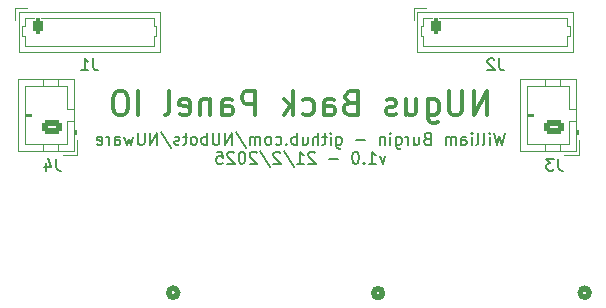
<source format=gbo>
G04 #@! TF.GenerationSoftware,KiCad,Pcbnew,9.0.0*
G04 #@! TF.CreationDate,2025-03-21T14:48:03+11:00*
G04 #@! TF.ProjectId,PCB_BackDesign,5043425f-4261-4636-9b44-657369676e2e,rev?*
G04 #@! TF.SameCoordinates,Original*
G04 #@! TF.FileFunction,Legend,Bot*
G04 #@! TF.FilePolarity,Positive*
%FSLAX46Y46*%
G04 Gerber Fmt 4.6, Leading zero omitted, Abs format (unit mm)*
G04 Created by KiCad (PCBNEW 9.0.0) date 2025-03-21 14:48:03*
%MOMM*%
%LPD*%
G01*
G04 APERTURE LIST*
G04 Aperture macros list*
%AMRoundRect*
0 Rectangle with rounded corners*
0 $1 Rounding radius*
0 $2 $3 $4 $5 $6 $7 $8 $9 X,Y pos of 4 corners*
0 Add a 4 corners polygon primitive as box body*
4,1,4,$2,$3,$4,$5,$6,$7,$8,$9,$2,$3,0*
0 Add four circle primitives for the rounded corners*
1,1,$1+$1,$2,$3*
1,1,$1+$1,$4,$5*
1,1,$1+$1,$6,$7*
1,1,$1+$1,$8,$9*
0 Add four rect primitives between the rounded corners*
20,1,$1+$1,$2,$3,$4,$5,0*
20,1,$1+$1,$4,$5,$6,$7,0*
20,1,$1+$1,$6,$7,$8,$9,0*
20,1,$1+$1,$8,$9,$2,$3,0*%
G04 Aperture macros list end*
%ADD10C,0.300000*%
%ADD11C,0.150000*%
%ADD12C,0.508000*%
%ADD13C,0.120000*%
%ADD14C,1.727200*%
%ADD15C,2.200000*%
%ADD16RoundRect,0.200000X-0.200000X-0.450000X0.200000X-0.450000X0.200000X0.450000X-0.200000X0.450000X0*%
%ADD17O,0.800000X1.300000*%
%ADD18RoundRect,0.250000X0.625000X-0.350000X0.625000X0.350000X-0.625000X0.350000X-0.625000X-0.350000X0*%
%ADD19O,1.750000X1.200000*%
G04 APERTURE END LIST*
D10*
X156809525Y-78489638D02*
X156809525Y-76489638D01*
X156809525Y-76489638D02*
X155666668Y-78489638D01*
X155666668Y-78489638D02*
X155666668Y-76489638D01*
X154714287Y-76489638D02*
X154714287Y-78108685D01*
X154714287Y-78108685D02*
X154619049Y-78299161D01*
X154619049Y-78299161D02*
X154523811Y-78394400D01*
X154523811Y-78394400D02*
X154333335Y-78489638D01*
X154333335Y-78489638D02*
X153952382Y-78489638D01*
X153952382Y-78489638D02*
X153761906Y-78394400D01*
X153761906Y-78394400D02*
X153666668Y-78299161D01*
X153666668Y-78299161D02*
X153571430Y-78108685D01*
X153571430Y-78108685D02*
X153571430Y-76489638D01*
X151761906Y-77156304D02*
X151761906Y-78775352D01*
X151761906Y-78775352D02*
X151857144Y-78965828D01*
X151857144Y-78965828D02*
X151952382Y-79061066D01*
X151952382Y-79061066D02*
X152142859Y-79156304D01*
X152142859Y-79156304D02*
X152428573Y-79156304D01*
X152428573Y-79156304D02*
X152619049Y-79061066D01*
X151761906Y-78394400D02*
X151952382Y-78489638D01*
X151952382Y-78489638D02*
X152333335Y-78489638D01*
X152333335Y-78489638D02*
X152523811Y-78394400D01*
X152523811Y-78394400D02*
X152619049Y-78299161D01*
X152619049Y-78299161D02*
X152714287Y-78108685D01*
X152714287Y-78108685D02*
X152714287Y-77537257D01*
X152714287Y-77537257D02*
X152619049Y-77346780D01*
X152619049Y-77346780D02*
X152523811Y-77251542D01*
X152523811Y-77251542D02*
X152333335Y-77156304D01*
X152333335Y-77156304D02*
X151952382Y-77156304D01*
X151952382Y-77156304D02*
X151761906Y-77251542D01*
X149952382Y-77156304D02*
X149952382Y-78489638D01*
X150809525Y-77156304D02*
X150809525Y-78203923D01*
X150809525Y-78203923D02*
X150714287Y-78394400D01*
X150714287Y-78394400D02*
X150523811Y-78489638D01*
X150523811Y-78489638D02*
X150238096Y-78489638D01*
X150238096Y-78489638D02*
X150047620Y-78394400D01*
X150047620Y-78394400D02*
X149952382Y-78299161D01*
X149095239Y-78394400D02*
X148904763Y-78489638D01*
X148904763Y-78489638D02*
X148523811Y-78489638D01*
X148523811Y-78489638D02*
X148333334Y-78394400D01*
X148333334Y-78394400D02*
X148238096Y-78203923D01*
X148238096Y-78203923D02*
X148238096Y-78108685D01*
X148238096Y-78108685D02*
X148333334Y-77918209D01*
X148333334Y-77918209D02*
X148523811Y-77822971D01*
X148523811Y-77822971D02*
X148809525Y-77822971D01*
X148809525Y-77822971D02*
X149000001Y-77727733D01*
X149000001Y-77727733D02*
X149095239Y-77537257D01*
X149095239Y-77537257D02*
X149095239Y-77442019D01*
X149095239Y-77442019D02*
X149000001Y-77251542D01*
X149000001Y-77251542D02*
X148809525Y-77156304D01*
X148809525Y-77156304D02*
X148523811Y-77156304D01*
X148523811Y-77156304D02*
X148333334Y-77251542D01*
X145190476Y-77442019D02*
X144904762Y-77537257D01*
X144904762Y-77537257D02*
X144809524Y-77632495D01*
X144809524Y-77632495D02*
X144714286Y-77822971D01*
X144714286Y-77822971D02*
X144714286Y-78108685D01*
X144714286Y-78108685D02*
X144809524Y-78299161D01*
X144809524Y-78299161D02*
X144904762Y-78394400D01*
X144904762Y-78394400D02*
X145095238Y-78489638D01*
X145095238Y-78489638D02*
X145857143Y-78489638D01*
X145857143Y-78489638D02*
X145857143Y-76489638D01*
X145857143Y-76489638D02*
X145190476Y-76489638D01*
X145190476Y-76489638D02*
X145000000Y-76584876D01*
X145000000Y-76584876D02*
X144904762Y-76680114D01*
X144904762Y-76680114D02*
X144809524Y-76870590D01*
X144809524Y-76870590D02*
X144809524Y-77061066D01*
X144809524Y-77061066D02*
X144904762Y-77251542D01*
X144904762Y-77251542D02*
X145000000Y-77346780D01*
X145000000Y-77346780D02*
X145190476Y-77442019D01*
X145190476Y-77442019D02*
X145857143Y-77442019D01*
X143000000Y-78489638D02*
X143000000Y-77442019D01*
X143000000Y-77442019D02*
X143095238Y-77251542D01*
X143095238Y-77251542D02*
X143285714Y-77156304D01*
X143285714Y-77156304D02*
X143666667Y-77156304D01*
X143666667Y-77156304D02*
X143857143Y-77251542D01*
X143000000Y-78394400D02*
X143190476Y-78489638D01*
X143190476Y-78489638D02*
X143666667Y-78489638D01*
X143666667Y-78489638D02*
X143857143Y-78394400D01*
X143857143Y-78394400D02*
X143952381Y-78203923D01*
X143952381Y-78203923D02*
X143952381Y-78013447D01*
X143952381Y-78013447D02*
X143857143Y-77822971D01*
X143857143Y-77822971D02*
X143666667Y-77727733D01*
X143666667Y-77727733D02*
X143190476Y-77727733D01*
X143190476Y-77727733D02*
X143000000Y-77632495D01*
X141190476Y-78394400D02*
X141380952Y-78489638D01*
X141380952Y-78489638D02*
X141761905Y-78489638D01*
X141761905Y-78489638D02*
X141952381Y-78394400D01*
X141952381Y-78394400D02*
X142047619Y-78299161D01*
X142047619Y-78299161D02*
X142142857Y-78108685D01*
X142142857Y-78108685D02*
X142142857Y-77537257D01*
X142142857Y-77537257D02*
X142047619Y-77346780D01*
X142047619Y-77346780D02*
X141952381Y-77251542D01*
X141952381Y-77251542D02*
X141761905Y-77156304D01*
X141761905Y-77156304D02*
X141380952Y-77156304D01*
X141380952Y-77156304D02*
X141190476Y-77251542D01*
X140333333Y-78489638D02*
X140333333Y-76489638D01*
X140142857Y-77727733D02*
X139571428Y-78489638D01*
X139571428Y-77156304D02*
X140333333Y-77918209D01*
X137190475Y-78489638D02*
X137190475Y-76489638D01*
X137190475Y-76489638D02*
X136428570Y-76489638D01*
X136428570Y-76489638D02*
X136238094Y-76584876D01*
X136238094Y-76584876D02*
X136142856Y-76680114D01*
X136142856Y-76680114D02*
X136047618Y-76870590D01*
X136047618Y-76870590D02*
X136047618Y-77156304D01*
X136047618Y-77156304D02*
X136142856Y-77346780D01*
X136142856Y-77346780D02*
X136238094Y-77442019D01*
X136238094Y-77442019D02*
X136428570Y-77537257D01*
X136428570Y-77537257D02*
X137190475Y-77537257D01*
X134333332Y-78489638D02*
X134333332Y-77442019D01*
X134333332Y-77442019D02*
X134428570Y-77251542D01*
X134428570Y-77251542D02*
X134619046Y-77156304D01*
X134619046Y-77156304D02*
X134999999Y-77156304D01*
X134999999Y-77156304D02*
X135190475Y-77251542D01*
X134333332Y-78394400D02*
X134523808Y-78489638D01*
X134523808Y-78489638D02*
X134999999Y-78489638D01*
X134999999Y-78489638D02*
X135190475Y-78394400D01*
X135190475Y-78394400D02*
X135285713Y-78203923D01*
X135285713Y-78203923D02*
X135285713Y-78013447D01*
X135285713Y-78013447D02*
X135190475Y-77822971D01*
X135190475Y-77822971D02*
X134999999Y-77727733D01*
X134999999Y-77727733D02*
X134523808Y-77727733D01*
X134523808Y-77727733D02*
X134333332Y-77632495D01*
X133380951Y-77156304D02*
X133380951Y-78489638D01*
X133380951Y-77346780D02*
X133285713Y-77251542D01*
X133285713Y-77251542D02*
X133095237Y-77156304D01*
X133095237Y-77156304D02*
X132809522Y-77156304D01*
X132809522Y-77156304D02*
X132619046Y-77251542D01*
X132619046Y-77251542D02*
X132523808Y-77442019D01*
X132523808Y-77442019D02*
X132523808Y-78489638D01*
X130809522Y-78394400D02*
X130999998Y-78489638D01*
X130999998Y-78489638D02*
X131380951Y-78489638D01*
X131380951Y-78489638D02*
X131571427Y-78394400D01*
X131571427Y-78394400D02*
X131666665Y-78203923D01*
X131666665Y-78203923D02*
X131666665Y-77442019D01*
X131666665Y-77442019D02*
X131571427Y-77251542D01*
X131571427Y-77251542D02*
X131380951Y-77156304D01*
X131380951Y-77156304D02*
X130999998Y-77156304D01*
X130999998Y-77156304D02*
X130809522Y-77251542D01*
X130809522Y-77251542D02*
X130714284Y-77442019D01*
X130714284Y-77442019D02*
X130714284Y-77632495D01*
X130714284Y-77632495D02*
X131666665Y-77822971D01*
X129571427Y-78489638D02*
X129761903Y-78394400D01*
X129761903Y-78394400D02*
X129857141Y-78203923D01*
X129857141Y-78203923D02*
X129857141Y-76489638D01*
X127285712Y-78489638D02*
X127285712Y-76489638D01*
X125952379Y-76489638D02*
X125571426Y-76489638D01*
X125571426Y-76489638D02*
X125380950Y-76584876D01*
X125380950Y-76584876D02*
X125190474Y-76775352D01*
X125190474Y-76775352D02*
X125095236Y-77156304D01*
X125095236Y-77156304D02*
X125095236Y-77822971D01*
X125095236Y-77822971D02*
X125190474Y-78203923D01*
X125190474Y-78203923D02*
X125380950Y-78394400D01*
X125380950Y-78394400D02*
X125571426Y-78489638D01*
X125571426Y-78489638D02*
X125952379Y-78489638D01*
X125952379Y-78489638D02*
X126142855Y-78394400D01*
X126142855Y-78394400D02*
X126333331Y-78203923D01*
X126333331Y-78203923D02*
X126428569Y-77822971D01*
X126428569Y-77822971D02*
X126428569Y-77156304D01*
X126428569Y-77156304D02*
X126333331Y-76775352D01*
X126333331Y-76775352D02*
X126142855Y-76584876D01*
X126142855Y-76584876D02*
X125952379Y-76489638D01*
D11*
X158285714Y-80009875D02*
X158047619Y-81009875D01*
X158047619Y-81009875D02*
X157857143Y-80295589D01*
X157857143Y-80295589D02*
X157666667Y-81009875D01*
X157666667Y-81009875D02*
X157428572Y-80009875D01*
X157047619Y-81009875D02*
X157047619Y-80343208D01*
X157047619Y-80009875D02*
X157095238Y-80057494D01*
X157095238Y-80057494D02*
X157047619Y-80105113D01*
X157047619Y-80105113D02*
X157000000Y-80057494D01*
X157000000Y-80057494D02*
X157047619Y-80009875D01*
X157047619Y-80009875D02*
X157047619Y-80105113D01*
X156428572Y-81009875D02*
X156523810Y-80962256D01*
X156523810Y-80962256D02*
X156571429Y-80867017D01*
X156571429Y-80867017D02*
X156571429Y-80009875D01*
X155904762Y-81009875D02*
X156000000Y-80962256D01*
X156000000Y-80962256D02*
X156047619Y-80867017D01*
X156047619Y-80867017D02*
X156047619Y-80009875D01*
X155523809Y-81009875D02*
X155523809Y-80343208D01*
X155523809Y-80009875D02*
X155571428Y-80057494D01*
X155571428Y-80057494D02*
X155523809Y-80105113D01*
X155523809Y-80105113D02*
X155476190Y-80057494D01*
X155476190Y-80057494D02*
X155523809Y-80009875D01*
X155523809Y-80009875D02*
X155523809Y-80105113D01*
X154619048Y-81009875D02*
X154619048Y-80486065D01*
X154619048Y-80486065D02*
X154666667Y-80390827D01*
X154666667Y-80390827D02*
X154761905Y-80343208D01*
X154761905Y-80343208D02*
X154952381Y-80343208D01*
X154952381Y-80343208D02*
X155047619Y-80390827D01*
X154619048Y-80962256D02*
X154714286Y-81009875D01*
X154714286Y-81009875D02*
X154952381Y-81009875D01*
X154952381Y-81009875D02*
X155047619Y-80962256D01*
X155047619Y-80962256D02*
X155095238Y-80867017D01*
X155095238Y-80867017D02*
X155095238Y-80771779D01*
X155095238Y-80771779D02*
X155047619Y-80676541D01*
X155047619Y-80676541D02*
X154952381Y-80628922D01*
X154952381Y-80628922D02*
X154714286Y-80628922D01*
X154714286Y-80628922D02*
X154619048Y-80581303D01*
X154142857Y-81009875D02*
X154142857Y-80343208D01*
X154142857Y-80438446D02*
X154095238Y-80390827D01*
X154095238Y-80390827D02*
X154000000Y-80343208D01*
X154000000Y-80343208D02*
X153857143Y-80343208D01*
X153857143Y-80343208D02*
X153761905Y-80390827D01*
X153761905Y-80390827D02*
X153714286Y-80486065D01*
X153714286Y-80486065D02*
X153714286Y-81009875D01*
X153714286Y-80486065D02*
X153666667Y-80390827D01*
X153666667Y-80390827D02*
X153571429Y-80343208D01*
X153571429Y-80343208D02*
X153428572Y-80343208D01*
X153428572Y-80343208D02*
X153333333Y-80390827D01*
X153333333Y-80390827D02*
X153285714Y-80486065D01*
X153285714Y-80486065D02*
X153285714Y-81009875D01*
X151714286Y-80486065D02*
X151571429Y-80533684D01*
X151571429Y-80533684D02*
X151523810Y-80581303D01*
X151523810Y-80581303D02*
X151476191Y-80676541D01*
X151476191Y-80676541D02*
X151476191Y-80819398D01*
X151476191Y-80819398D02*
X151523810Y-80914636D01*
X151523810Y-80914636D02*
X151571429Y-80962256D01*
X151571429Y-80962256D02*
X151666667Y-81009875D01*
X151666667Y-81009875D02*
X152047619Y-81009875D01*
X152047619Y-81009875D02*
X152047619Y-80009875D01*
X152047619Y-80009875D02*
X151714286Y-80009875D01*
X151714286Y-80009875D02*
X151619048Y-80057494D01*
X151619048Y-80057494D02*
X151571429Y-80105113D01*
X151571429Y-80105113D02*
X151523810Y-80200351D01*
X151523810Y-80200351D02*
X151523810Y-80295589D01*
X151523810Y-80295589D02*
X151571429Y-80390827D01*
X151571429Y-80390827D02*
X151619048Y-80438446D01*
X151619048Y-80438446D02*
X151714286Y-80486065D01*
X151714286Y-80486065D02*
X152047619Y-80486065D01*
X150619048Y-80343208D02*
X150619048Y-81009875D01*
X151047619Y-80343208D02*
X151047619Y-80867017D01*
X151047619Y-80867017D02*
X151000000Y-80962256D01*
X151000000Y-80962256D02*
X150904762Y-81009875D01*
X150904762Y-81009875D02*
X150761905Y-81009875D01*
X150761905Y-81009875D02*
X150666667Y-80962256D01*
X150666667Y-80962256D02*
X150619048Y-80914636D01*
X150142857Y-81009875D02*
X150142857Y-80343208D01*
X150142857Y-80533684D02*
X150095238Y-80438446D01*
X150095238Y-80438446D02*
X150047619Y-80390827D01*
X150047619Y-80390827D02*
X149952381Y-80343208D01*
X149952381Y-80343208D02*
X149857143Y-80343208D01*
X149095238Y-80343208D02*
X149095238Y-81152732D01*
X149095238Y-81152732D02*
X149142857Y-81247970D01*
X149142857Y-81247970D02*
X149190476Y-81295589D01*
X149190476Y-81295589D02*
X149285714Y-81343208D01*
X149285714Y-81343208D02*
X149428571Y-81343208D01*
X149428571Y-81343208D02*
X149523809Y-81295589D01*
X149095238Y-80962256D02*
X149190476Y-81009875D01*
X149190476Y-81009875D02*
X149380952Y-81009875D01*
X149380952Y-81009875D02*
X149476190Y-80962256D01*
X149476190Y-80962256D02*
X149523809Y-80914636D01*
X149523809Y-80914636D02*
X149571428Y-80819398D01*
X149571428Y-80819398D02*
X149571428Y-80533684D01*
X149571428Y-80533684D02*
X149523809Y-80438446D01*
X149523809Y-80438446D02*
X149476190Y-80390827D01*
X149476190Y-80390827D02*
X149380952Y-80343208D01*
X149380952Y-80343208D02*
X149190476Y-80343208D01*
X149190476Y-80343208D02*
X149095238Y-80390827D01*
X148619047Y-81009875D02*
X148619047Y-80343208D01*
X148619047Y-80009875D02*
X148666666Y-80057494D01*
X148666666Y-80057494D02*
X148619047Y-80105113D01*
X148619047Y-80105113D02*
X148571428Y-80057494D01*
X148571428Y-80057494D02*
X148619047Y-80009875D01*
X148619047Y-80009875D02*
X148619047Y-80105113D01*
X148142857Y-80343208D02*
X148142857Y-81009875D01*
X148142857Y-80438446D02*
X148095238Y-80390827D01*
X148095238Y-80390827D02*
X148000000Y-80343208D01*
X148000000Y-80343208D02*
X147857143Y-80343208D01*
X147857143Y-80343208D02*
X147761905Y-80390827D01*
X147761905Y-80390827D02*
X147714286Y-80486065D01*
X147714286Y-80486065D02*
X147714286Y-81009875D01*
X146476190Y-80628922D02*
X145714286Y-80628922D01*
X144047619Y-80343208D02*
X144047619Y-81152732D01*
X144047619Y-81152732D02*
X144095238Y-81247970D01*
X144095238Y-81247970D02*
X144142857Y-81295589D01*
X144142857Y-81295589D02*
X144238095Y-81343208D01*
X144238095Y-81343208D02*
X144380952Y-81343208D01*
X144380952Y-81343208D02*
X144476190Y-81295589D01*
X144047619Y-80962256D02*
X144142857Y-81009875D01*
X144142857Y-81009875D02*
X144333333Y-81009875D01*
X144333333Y-81009875D02*
X144428571Y-80962256D01*
X144428571Y-80962256D02*
X144476190Y-80914636D01*
X144476190Y-80914636D02*
X144523809Y-80819398D01*
X144523809Y-80819398D02*
X144523809Y-80533684D01*
X144523809Y-80533684D02*
X144476190Y-80438446D01*
X144476190Y-80438446D02*
X144428571Y-80390827D01*
X144428571Y-80390827D02*
X144333333Y-80343208D01*
X144333333Y-80343208D02*
X144142857Y-80343208D01*
X144142857Y-80343208D02*
X144047619Y-80390827D01*
X143571428Y-81009875D02*
X143571428Y-80343208D01*
X143571428Y-80009875D02*
X143619047Y-80057494D01*
X143619047Y-80057494D02*
X143571428Y-80105113D01*
X143571428Y-80105113D02*
X143523809Y-80057494D01*
X143523809Y-80057494D02*
X143571428Y-80009875D01*
X143571428Y-80009875D02*
X143571428Y-80105113D01*
X143238095Y-80343208D02*
X142857143Y-80343208D01*
X143095238Y-80009875D02*
X143095238Y-80867017D01*
X143095238Y-80867017D02*
X143047619Y-80962256D01*
X143047619Y-80962256D02*
X142952381Y-81009875D01*
X142952381Y-81009875D02*
X142857143Y-81009875D01*
X142523809Y-81009875D02*
X142523809Y-80009875D01*
X142095238Y-81009875D02*
X142095238Y-80486065D01*
X142095238Y-80486065D02*
X142142857Y-80390827D01*
X142142857Y-80390827D02*
X142238095Y-80343208D01*
X142238095Y-80343208D02*
X142380952Y-80343208D01*
X142380952Y-80343208D02*
X142476190Y-80390827D01*
X142476190Y-80390827D02*
X142523809Y-80438446D01*
X141190476Y-80343208D02*
X141190476Y-81009875D01*
X141619047Y-80343208D02*
X141619047Y-80867017D01*
X141619047Y-80867017D02*
X141571428Y-80962256D01*
X141571428Y-80962256D02*
X141476190Y-81009875D01*
X141476190Y-81009875D02*
X141333333Y-81009875D01*
X141333333Y-81009875D02*
X141238095Y-80962256D01*
X141238095Y-80962256D02*
X141190476Y-80914636D01*
X140714285Y-81009875D02*
X140714285Y-80009875D01*
X140714285Y-80390827D02*
X140619047Y-80343208D01*
X140619047Y-80343208D02*
X140428571Y-80343208D01*
X140428571Y-80343208D02*
X140333333Y-80390827D01*
X140333333Y-80390827D02*
X140285714Y-80438446D01*
X140285714Y-80438446D02*
X140238095Y-80533684D01*
X140238095Y-80533684D02*
X140238095Y-80819398D01*
X140238095Y-80819398D02*
X140285714Y-80914636D01*
X140285714Y-80914636D02*
X140333333Y-80962256D01*
X140333333Y-80962256D02*
X140428571Y-81009875D01*
X140428571Y-81009875D02*
X140619047Y-81009875D01*
X140619047Y-81009875D02*
X140714285Y-80962256D01*
X139809523Y-80914636D02*
X139761904Y-80962256D01*
X139761904Y-80962256D02*
X139809523Y-81009875D01*
X139809523Y-81009875D02*
X139857142Y-80962256D01*
X139857142Y-80962256D02*
X139809523Y-80914636D01*
X139809523Y-80914636D02*
X139809523Y-81009875D01*
X138904762Y-80962256D02*
X139000000Y-81009875D01*
X139000000Y-81009875D02*
X139190476Y-81009875D01*
X139190476Y-81009875D02*
X139285714Y-80962256D01*
X139285714Y-80962256D02*
X139333333Y-80914636D01*
X139333333Y-80914636D02*
X139380952Y-80819398D01*
X139380952Y-80819398D02*
X139380952Y-80533684D01*
X139380952Y-80533684D02*
X139333333Y-80438446D01*
X139333333Y-80438446D02*
X139285714Y-80390827D01*
X139285714Y-80390827D02*
X139190476Y-80343208D01*
X139190476Y-80343208D02*
X139000000Y-80343208D01*
X139000000Y-80343208D02*
X138904762Y-80390827D01*
X138333333Y-81009875D02*
X138428571Y-80962256D01*
X138428571Y-80962256D02*
X138476190Y-80914636D01*
X138476190Y-80914636D02*
X138523809Y-80819398D01*
X138523809Y-80819398D02*
X138523809Y-80533684D01*
X138523809Y-80533684D02*
X138476190Y-80438446D01*
X138476190Y-80438446D02*
X138428571Y-80390827D01*
X138428571Y-80390827D02*
X138333333Y-80343208D01*
X138333333Y-80343208D02*
X138190476Y-80343208D01*
X138190476Y-80343208D02*
X138095238Y-80390827D01*
X138095238Y-80390827D02*
X138047619Y-80438446D01*
X138047619Y-80438446D02*
X138000000Y-80533684D01*
X138000000Y-80533684D02*
X138000000Y-80819398D01*
X138000000Y-80819398D02*
X138047619Y-80914636D01*
X138047619Y-80914636D02*
X138095238Y-80962256D01*
X138095238Y-80962256D02*
X138190476Y-81009875D01*
X138190476Y-81009875D02*
X138333333Y-81009875D01*
X137571428Y-81009875D02*
X137571428Y-80343208D01*
X137571428Y-80438446D02*
X137523809Y-80390827D01*
X137523809Y-80390827D02*
X137428571Y-80343208D01*
X137428571Y-80343208D02*
X137285714Y-80343208D01*
X137285714Y-80343208D02*
X137190476Y-80390827D01*
X137190476Y-80390827D02*
X137142857Y-80486065D01*
X137142857Y-80486065D02*
X137142857Y-81009875D01*
X137142857Y-80486065D02*
X137095238Y-80390827D01*
X137095238Y-80390827D02*
X137000000Y-80343208D01*
X137000000Y-80343208D02*
X136857143Y-80343208D01*
X136857143Y-80343208D02*
X136761904Y-80390827D01*
X136761904Y-80390827D02*
X136714285Y-80486065D01*
X136714285Y-80486065D02*
X136714285Y-81009875D01*
X135523810Y-79962256D02*
X136380952Y-81247970D01*
X135190476Y-81009875D02*
X135190476Y-80009875D01*
X135190476Y-80009875D02*
X134619048Y-81009875D01*
X134619048Y-81009875D02*
X134619048Y-80009875D01*
X134142857Y-80009875D02*
X134142857Y-80819398D01*
X134142857Y-80819398D02*
X134095238Y-80914636D01*
X134095238Y-80914636D02*
X134047619Y-80962256D01*
X134047619Y-80962256D02*
X133952381Y-81009875D01*
X133952381Y-81009875D02*
X133761905Y-81009875D01*
X133761905Y-81009875D02*
X133666667Y-80962256D01*
X133666667Y-80962256D02*
X133619048Y-80914636D01*
X133619048Y-80914636D02*
X133571429Y-80819398D01*
X133571429Y-80819398D02*
X133571429Y-80009875D01*
X133095238Y-81009875D02*
X133095238Y-80009875D01*
X133095238Y-80390827D02*
X133000000Y-80343208D01*
X133000000Y-80343208D02*
X132809524Y-80343208D01*
X132809524Y-80343208D02*
X132714286Y-80390827D01*
X132714286Y-80390827D02*
X132666667Y-80438446D01*
X132666667Y-80438446D02*
X132619048Y-80533684D01*
X132619048Y-80533684D02*
X132619048Y-80819398D01*
X132619048Y-80819398D02*
X132666667Y-80914636D01*
X132666667Y-80914636D02*
X132714286Y-80962256D01*
X132714286Y-80962256D02*
X132809524Y-81009875D01*
X132809524Y-81009875D02*
X133000000Y-81009875D01*
X133000000Y-81009875D02*
X133095238Y-80962256D01*
X132047619Y-81009875D02*
X132142857Y-80962256D01*
X132142857Y-80962256D02*
X132190476Y-80914636D01*
X132190476Y-80914636D02*
X132238095Y-80819398D01*
X132238095Y-80819398D02*
X132238095Y-80533684D01*
X132238095Y-80533684D02*
X132190476Y-80438446D01*
X132190476Y-80438446D02*
X132142857Y-80390827D01*
X132142857Y-80390827D02*
X132047619Y-80343208D01*
X132047619Y-80343208D02*
X131904762Y-80343208D01*
X131904762Y-80343208D02*
X131809524Y-80390827D01*
X131809524Y-80390827D02*
X131761905Y-80438446D01*
X131761905Y-80438446D02*
X131714286Y-80533684D01*
X131714286Y-80533684D02*
X131714286Y-80819398D01*
X131714286Y-80819398D02*
X131761905Y-80914636D01*
X131761905Y-80914636D02*
X131809524Y-80962256D01*
X131809524Y-80962256D02*
X131904762Y-81009875D01*
X131904762Y-81009875D02*
X132047619Y-81009875D01*
X131428571Y-80343208D02*
X131047619Y-80343208D01*
X131285714Y-80009875D02*
X131285714Y-80867017D01*
X131285714Y-80867017D02*
X131238095Y-80962256D01*
X131238095Y-80962256D02*
X131142857Y-81009875D01*
X131142857Y-81009875D02*
X131047619Y-81009875D01*
X130761904Y-80962256D02*
X130666666Y-81009875D01*
X130666666Y-81009875D02*
X130476190Y-81009875D01*
X130476190Y-81009875D02*
X130380952Y-80962256D01*
X130380952Y-80962256D02*
X130333333Y-80867017D01*
X130333333Y-80867017D02*
X130333333Y-80819398D01*
X130333333Y-80819398D02*
X130380952Y-80724160D01*
X130380952Y-80724160D02*
X130476190Y-80676541D01*
X130476190Y-80676541D02*
X130619047Y-80676541D01*
X130619047Y-80676541D02*
X130714285Y-80628922D01*
X130714285Y-80628922D02*
X130761904Y-80533684D01*
X130761904Y-80533684D02*
X130761904Y-80486065D01*
X130761904Y-80486065D02*
X130714285Y-80390827D01*
X130714285Y-80390827D02*
X130619047Y-80343208D01*
X130619047Y-80343208D02*
X130476190Y-80343208D01*
X130476190Y-80343208D02*
X130380952Y-80390827D01*
X129190476Y-79962256D02*
X130047618Y-81247970D01*
X128857142Y-81009875D02*
X128857142Y-80009875D01*
X128857142Y-80009875D02*
X128285714Y-81009875D01*
X128285714Y-81009875D02*
X128285714Y-80009875D01*
X127809523Y-80009875D02*
X127809523Y-80819398D01*
X127809523Y-80819398D02*
X127761904Y-80914636D01*
X127761904Y-80914636D02*
X127714285Y-80962256D01*
X127714285Y-80962256D02*
X127619047Y-81009875D01*
X127619047Y-81009875D02*
X127428571Y-81009875D01*
X127428571Y-81009875D02*
X127333333Y-80962256D01*
X127333333Y-80962256D02*
X127285714Y-80914636D01*
X127285714Y-80914636D02*
X127238095Y-80819398D01*
X127238095Y-80819398D02*
X127238095Y-80009875D01*
X126857142Y-80343208D02*
X126666666Y-81009875D01*
X126666666Y-81009875D02*
X126476190Y-80533684D01*
X126476190Y-80533684D02*
X126285714Y-81009875D01*
X126285714Y-81009875D02*
X126095238Y-80343208D01*
X125285714Y-81009875D02*
X125285714Y-80486065D01*
X125285714Y-80486065D02*
X125333333Y-80390827D01*
X125333333Y-80390827D02*
X125428571Y-80343208D01*
X125428571Y-80343208D02*
X125619047Y-80343208D01*
X125619047Y-80343208D02*
X125714285Y-80390827D01*
X125285714Y-80962256D02*
X125380952Y-81009875D01*
X125380952Y-81009875D02*
X125619047Y-81009875D01*
X125619047Y-81009875D02*
X125714285Y-80962256D01*
X125714285Y-80962256D02*
X125761904Y-80867017D01*
X125761904Y-80867017D02*
X125761904Y-80771779D01*
X125761904Y-80771779D02*
X125714285Y-80676541D01*
X125714285Y-80676541D02*
X125619047Y-80628922D01*
X125619047Y-80628922D02*
X125380952Y-80628922D01*
X125380952Y-80628922D02*
X125285714Y-80581303D01*
X124809523Y-81009875D02*
X124809523Y-80343208D01*
X124809523Y-80533684D02*
X124761904Y-80438446D01*
X124761904Y-80438446D02*
X124714285Y-80390827D01*
X124714285Y-80390827D02*
X124619047Y-80343208D01*
X124619047Y-80343208D02*
X124523809Y-80343208D01*
X123809523Y-80962256D02*
X123904761Y-81009875D01*
X123904761Y-81009875D02*
X124095237Y-81009875D01*
X124095237Y-81009875D02*
X124190475Y-80962256D01*
X124190475Y-80962256D02*
X124238094Y-80867017D01*
X124238094Y-80867017D02*
X124238094Y-80486065D01*
X124238094Y-80486065D02*
X124190475Y-80390827D01*
X124190475Y-80390827D02*
X124095237Y-80343208D01*
X124095237Y-80343208D02*
X123904761Y-80343208D01*
X123904761Y-80343208D02*
X123809523Y-80390827D01*
X123809523Y-80390827D02*
X123761904Y-80486065D01*
X123761904Y-80486065D02*
X123761904Y-80581303D01*
X123761904Y-80581303D02*
X124238094Y-80676541D01*
X148190475Y-81953152D02*
X147952380Y-82619819D01*
X147952380Y-82619819D02*
X147714285Y-81953152D01*
X146809523Y-82619819D02*
X147380951Y-82619819D01*
X147095237Y-82619819D02*
X147095237Y-81619819D01*
X147095237Y-81619819D02*
X147190475Y-81762676D01*
X147190475Y-81762676D02*
X147285713Y-81857914D01*
X147285713Y-81857914D02*
X147380951Y-81905533D01*
X146380951Y-82524580D02*
X146333332Y-82572200D01*
X146333332Y-82572200D02*
X146380951Y-82619819D01*
X146380951Y-82619819D02*
X146428570Y-82572200D01*
X146428570Y-82572200D02*
X146380951Y-82524580D01*
X146380951Y-82524580D02*
X146380951Y-82619819D01*
X145714285Y-81619819D02*
X145619047Y-81619819D01*
X145619047Y-81619819D02*
X145523809Y-81667438D01*
X145523809Y-81667438D02*
X145476190Y-81715057D01*
X145476190Y-81715057D02*
X145428571Y-81810295D01*
X145428571Y-81810295D02*
X145380952Y-82000771D01*
X145380952Y-82000771D02*
X145380952Y-82238866D01*
X145380952Y-82238866D02*
X145428571Y-82429342D01*
X145428571Y-82429342D02*
X145476190Y-82524580D01*
X145476190Y-82524580D02*
X145523809Y-82572200D01*
X145523809Y-82572200D02*
X145619047Y-82619819D01*
X145619047Y-82619819D02*
X145714285Y-82619819D01*
X145714285Y-82619819D02*
X145809523Y-82572200D01*
X145809523Y-82572200D02*
X145857142Y-82524580D01*
X145857142Y-82524580D02*
X145904761Y-82429342D01*
X145904761Y-82429342D02*
X145952380Y-82238866D01*
X145952380Y-82238866D02*
X145952380Y-82000771D01*
X145952380Y-82000771D02*
X145904761Y-81810295D01*
X145904761Y-81810295D02*
X145857142Y-81715057D01*
X145857142Y-81715057D02*
X145809523Y-81667438D01*
X145809523Y-81667438D02*
X145714285Y-81619819D01*
X144190475Y-82238866D02*
X143428571Y-82238866D01*
X142238094Y-81715057D02*
X142190475Y-81667438D01*
X142190475Y-81667438D02*
X142095237Y-81619819D01*
X142095237Y-81619819D02*
X141857142Y-81619819D01*
X141857142Y-81619819D02*
X141761904Y-81667438D01*
X141761904Y-81667438D02*
X141714285Y-81715057D01*
X141714285Y-81715057D02*
X141666666Y-81810295D01*
X141666666Y-81810295D02*
X141666666Y-81905533D01*
X141666666Y-81905533D02*
X141714285Y-82048390D01*
X141714285Y-82048390D02*
X142285713Y-82619819D01*
X142285713Y-82619819D02*
X141666666Y-82619819D01*
X140714285Y-82619819D02*
X141285713Y-82619819D01*
X140999999Y-82619819D02*
X140999999Y-81619819D01*
X140999999Y-81619819D02*
X141095237Y-81762676D01*
X141095237Y-81762676D02*
X141190475Y-81857914D01*
X141190475Y-81857914D02*
X141285713Y-81905533D01*
X139571428Y-81572200D02*
X140428570Y-82857914D01*
X139285713Y-81715057D02*
X139238094Y-81667438D01*
X139238094Y-81667438D02*
X139142856Y-81619819D01*
X139142856Y-81619819D02*
X138904761Y-81619819D01*
X138904761Y-81619819D02*
X138809523Y-81667438D01*
X138809523Y-81667438D02*
X138761904Y-81715057D01*
X138761904Y-81715057D02*
X138714285Y-81810295D01*
X138714285Y-81810295D02*
X138714285Y-81905533D01*
X138714285Y-81905533D02*
X138761904Y-82048390D01*
X138761904Y-82048390D02*
X139333332Y-82619819D01*
X139333332Y-82619819D02*
X138714285Y-82619819D01*
X137571428Y-81572200D02*
X138428570Y-82857914D01*
X137285713Y-81715057D02*
X137238094Y-81667438D01*
X137238094Y-81667438D02*
X137142856Y-81619819D01*
X137142856Y-81619819D02*
X136904761Y-81619819D01*
X136904761Y-81619819D02*
X136809523Y-81667438D01*
X136809523Y-81667438D02*
X136761904Y-81715057D01*
X136761904Y-81715057D02*
X136714285Y-81810295D01*
X136714285Y-81810295D02*
X136714285Y-81905533D01*
X136714285Y-81905533D02*
X136761904Y-82048390D01*
X136761904Y-82048390D02*
X137333332Y-82619819D01*
X137333332Y-82619819D02*
X136714285Y-82619819D01*
X136095237Y-81619819D02*
X135999999Y-81619819D01*
X135999999Y-81619819D02*
X135904761Y-81667438D01*
X135904761Y-81667438D02*
X135857142Y-81715057D01*
X135857142Y-81715057D02*
X135809523Y-81810295D01*
X135809523Y-81810295D02*
X135761904Y-82000771D01*
X135761904Y-82000771D02*
X135761904Y-82238866D01*
X135761904Y-82238866D02*
X135809523Y-82429342D01*
X135809523Y-82429342D02*
X135857142Y-82524580D01*
X135857142Y-82524580D02*
X135904761Y-82572200D01*
X135904761Y-82572200D02*
X135999999Y-82619819D01*
X135999999Y-82619819D02*
X136095237Y-82619819D01*
X136095237Y-82619819D02*
X136190475Y-82572200D01*
X136190475Y-82572200D02*
X136238094Y-82524580D01*
X136238094Y-82524580D02*
X136285713Y-82429342D01*
X136285713Y-82429342D02*
X136333332Y-82238866D01*
X136333332Y-82238866D02*
X136333332Y-82000771D01*
X136333332Y-82000771D02*
X136285713Y-81810295D01*
X136285713Y-81810295D02*
X136238094Y-81715057D01*
X136238094Y-81715057D02*
X136190475Y-81667438D01*
X136190475Y-81667438D02*
X136095237Y-81619819D01*
X135380951Y-81715057D02*
X135333332Y-81667438D01*
X135333332Y-81667438D02*
X135238094Y-81619819D01*
X135238094Y-81619819D02*
X134999999Y-81619819D01*
X134999999Y-81619819D02*
X134904761Y-81667438D01*
X134904761Y-81667438D02*
X134857142Y-81715057D01*
X134857142Y-81715057D02*
X134809523Y-81810295D01*
X134809523Y-81810295D02*
X134809523Y-81905533D01*
X134809523Y-81905533D02*
X134857142Y-82048390D01*
X134857142Y-82048390D02*
X135428570Y-82619819D01*
X135428570Y-82619819D02*
X134809523Y-82619819D01*
X133904761Y-81619819D02*
X134380951Y-81619819D01*
X134380951Y-81619819D02*
X134428570Y-82096009D01*
X134428570Y-82096009D02*
X134380951Y-82048390D01*
X134380951Y-82048390D02*
X134285713Y-82000771D01*
X134285713Y-82000771D02*
X134047618Y-82000771D01*
X134047618Y-82000771D02*
X133952380Y-82048390D01*
X133952380Y-82048390D02*
X133904761Y-82096009D01*
X133904761Y-82096009D02*
X133857142Y-82191247D01*
X133857142Y-82191247D02*
X133857142Y-82429342D01*
X133857142Y-82429342D02*
X133904761Y-82524580D01*
X133904761Y-82524580D02*
X133952380Y-82572200D01*
X133952380Y-82572200D02*
X134047618Y-82619819D01*
X134047618Y-82619819D02*
X134285713Y-82619819D01*
X134285713Y-82619819D02*
X134380951Y-82572200D01*
X134380951Y-82572200D02*
X134428570Y-82524580D01*
X123463333Y-73704819D02*
X123463333Y-74419104D01*
X123463333Y-74419104D02*
X123510952Y-74561961D01*
X123510952Y-74561961D02*
X123606190Y-74657200D01*
X123606190Y-74657200D02*
X123749047Y-74704819D01*
X123749047Y-74704819D02*
X123844285Y-74704819D01*
X122463333Y-74704819D02*
X123034761Y-74704819D01*
X122749047Y-74704819D02*
X122749047Y-73704819D01*
X122749047Y-73704819D02*
X122844285Y-73847676D01*
X122844285Y-73847676D02*
X122939523Y-73942914D01*
X122939523Y-73942914D02*
X123034761Y-73990533D01*
X157833333Y-73704819D02*
X157833333Y-74419104D01*
X157833333Y-74419104D02*
X157880952Y-74561961D01*
X157880952Y-74561961D02*
X157976190Y-74657200D01*
X157976190Y-74657200D02*
X158119047Y-74704819D01*
X158119047Y-74704819D02*
X158214285Y-74704819D01*
X157404761Y-73800057D02*
X157357142Y-73752438D01*
X157357142Y-73752438D02*
X157261904Y-73704819D01*
X157261904Y-73704819D02*
X157023809Y-73704819D01*
X157023809Y-73704819D02*
X156928571Y-73752438D01*
X156928571Y-73752438D02*
X156880952Y-73800057D01*
X156880952Y-73800057D02*
X156833333Y-73895295D01*
X156833333Y-73895295D02*
X156833333Y-73990533D01*
X156833333Y-73990533D02*
X156880952Y-74133390D01*
X156880952Y-74133390D02*
X157452380Y-74704819D01*
X157452380Y-74704819D02*
X156833333Y-74704819D01*
X120333333Y-82204819D02*
X120333333Y-82919104D01*
X120333333Y-82919104D02*
X120380952Y-83061961D01*
X120380952Y-83061961D02*
X120476190Y-83157200D01*
X120476190Y-83157200D02*
X120619047Y-83204819D01*
X120619047Y-83204819D02*
X120714285Y-83204819D01*
X119428571Y-82538152D02*
X119428571Y-83204819D01*
X119666666Y-82157200D02*
X119904761Y-82871485D01*
X119904761Y-82871485D02*
X119285714Y-82871485D01*
X162833333Y-82204819D02*
X162833333Y-82919104D01*
X162833333Y-82919104D02*
X162880952Y-83061961D01*
X162880952Y-83061961D02*
X162976190Y-83157200D01*
X162976190Y-83157200D02*
X163119047Y-83204819D01*
X163119047Y-83204819D02*
X163214285Y-83204819D01*
X162452380Y-82204819D02*
X161833333Y-82204819D01*
X161833333Y-82204819D02*
X162166666Y-82585771D01*
X162166666Y-82585771D02*
X162023809Y-82585771D01*
X162023809Y-82585771D02*
X161928571Y-82633390D01*
X161928571Y-82633390D02*
X161880952Y-82681009D01*
X161880952Y-82681009D02*
X161833333Y-82776247D01*
X161833333Y-82776247D02*
X161833333Y-83014342D01*
X161833333Y-83014342D02*
X161880952Y-83109580D01*
X161880952Y-83109580D02*
X161928571Y-83157200D01*
X161928571Y-83157200D02*
X162023809Y-83204819D01*
X162023809Y-83204819D02*
X162309523Y-83204819D01*
X162309523Y-83204819D02*
X162404761Y-83157200D01*
X162404761Y-83157200D02*
X162452380Y-83109580D01*
D12*
X130610600Y-93543800D02*
G75*
G02*
X129848600Y-93543800I-381000J0D01*
G01*
X129848600Y-93543800D02*
G75*
G02*
X130610600Y-93543800I381000J0D01*
G01*
X147954400Y-93580000D02*
G75*
G02*
X147192400Y-93580000I-381000J0D01*
G01*
X147192400Y-93580000D02*
G75*
G02*
X147954400Y-93580000I381000J0D01*
G01*
X165454400Y-93543800D02*
G75*
G02*
X164692400Y-93543800I-381000J0D01*
G01*
X164692400Y-93543800D02*
G75*
G02*
X165454400Y-93543800I381000J0D01*
G01*
D13*
X116850000Y-70450000D02*
X116850000Y-69450000D01*
X117140000Y-69740000D02*
X117140000Y-73160000D01*
X117140000Y-73160000D02*
X129110000Y-73160000D01*
X117450000Y-71000000D02*
X117650000Y-71000000D01*
X117450000Y-71800000D02*
X117450000Y-71000000D01*
X117650000Y-70250000D02*
X123125000Y-70250000D01*
X117650000Y-71000000D02*
X117650000Y-70250000D01*
X117650000Y-71800000D02*
X117450000Y-71800000D01*
X117650000Y-72650000D02*
X117650000Y-71800000D01*
X117850000Y-69450000D02*
X116850000Y-69450000D01*
X123125000Y-72650000D02*
X117650000Y-72650000D01*
X123125000Y-72650000D02*
X128600000Y-72650000D01*
X128600000Y-70250000D02*
X123125000Y-70250000D01*
X128600000Y-71000000D02*
X128600000Y-70250000D01*
X128600000Y-71800000D02*
X128800000Y-71800000D01*
X128600000Y-72650000D02*
X128600000Y-71800000D01*
X128800000Y-71000000D02*
X128600000Y-71000000D01*
X128800000Y-71800000D02*
X128800000Y-71000000D01*
X129110000Y-69740000D02*
X117140000Y-69740000D01*
X129110000Y-73160000D02*
X129110000Y-69740000D01*
X150600000Y-70450000D02*
X150600000Y-69450000D01*
X150890000Y-69740000D02*
X150890000Y-73160000D01*
X150890000Y-73160000D02*
X164110000Y-73160000D01*
X151200000Y-71000000D02*
X151400000Y-71000000D01*
X151200000Y-71800000D02*
X151200000Y-71000000D01*
X151400000Y-70250000D02*
X157500000Y-70250000D01*
X151400000Y-71000000D02*
X151400000Y-70250000D01*
X151400000Y-71800000D02*
X151200000Y-71800000D01*
X151400000Y-72650000D02*
X151400000Y-71800000D01*
X151600000Y-69450000D02*
X150600000Y-69450000D01*
X157500000Y-72650000D02*
X151400000Y-72650000D01*
X157500000Y-72650000D02*
X163600000Y-72650000D01*
X163600000Y-70250000D02*
X157500000Y-70250000D01*
X163600000Y-71000000D02*
X163600000Y-70250000D01*
X163600000Y-71800000D02*
X163800000Y-71800000D01*
X163600000Y-72650000D02*
X163600000Y-71800000D01*
X163800000Y-71000000D02*
X163600000Y-71000000D01*
X163800000Y-71800000D02*
X163800000Y-71000000D01*
X164110000Y-69740000D02*
X150890000Y-69740000D01*
X164110000Y-73160000D02*
X164110000Y-69740000D01*
X117090000Y-75440000D02*
X117090000Y-81560000D01*
X117090000Y-81560000D02*
X121810000Y-81560000D01*
X117700000Y-76050000D02*
X117700000Y-80950000D01*
X117700000Y-78400000D02*
X118200000Y-78400000D01*
X117700000Y-80950000D02*
X121200000Y-80950000D01*
X118200000Y-78400000D02*
X118200000Y-78600000D01*
X118200000Y-78500000D02*
X117700000Y-78500000D01*
X118200000Y-78600000D02*
X117700000Y-78600000D01*
X119200000Y-76050000D02*
X119200000Y-75440000D01*
X119200000Y-80950000D02*
X119200000Y-81560000D01*
X120500000Y-76050000D02*
X120500000Y-75440000D01*
X120500000Y-80950000D02*
X120500000Y-81560000D01*
X120860000Y-81860000D02*
X122110000Y-81860000D01*
X121200000Y-76050000D02*
X117700000Y-76050000D01*
X121200000Y-78000000D02*
X121200000Y-76050000D01*
X121200000Y-79000000D02*
X121810000Y-79000000D01*
X121200000Y-80950000D02*
X121200000Y-79000000D01*
X121810000Y-75440000D02*
X117090000Y-75440000D01*
X121810000Y-78000000D02*
X121200000Y-78000000D01*
X121810000Y-80100000D02*
X122010000Y-80100000D01*
X121810000Y-81560000D02*
X121810000Y-75440000D01*
X121910000Y-80100000D02*
X121910000Y-79800000D01*
X122010000Y-79800000D02*
X121810000Y-79800000D01*
X122010000Y-80100000D02*
X122010000Y-79800000D01*
X122110000Y-81860000D02*
X122110000Y-80610000D01*
X159590000Y-75440000D02*
X159590000Y-81560000D01*
X159590000Y-81560000D02*
X164310000Y-81560000D01*
X160200000Y-76050000D02*
X160200000Y-80950000D01*
X160200000Y-78400000D02*
X160700000Y-78400000D01*
X160200000Y-80950000D02*
X163700000Y-80950000D01*
X160700000Y-78400000D02*
X160700000Y-78600000D01*
X160700000Y-78500000D02*
X160200000Y-78500000D01*
X160700000Y-78600000D02*
X160200000Y-78600000D01*
X161700000Y-76050000D02*
X161700000Y-75440000D01*
X161700000Y-80950000D02*
X161700000Y-81560000D01*
X163000000Y-76050000D02*
X163000000Y-75440000D01*
X163000000Y-80950000D02*
X163000000Y-81560000D01*
X163360000Y-81860000D02*
X164610000Y-81860000D01*
X163700000Y-76050000D02*
X160200000Y-76050000D01*
X163700000Y-78000000D02*
X163700000Y-76050000D01*
X163700000Y-79000000D02*
X164310000Y-79000000D01*
X163700000Y-80950000D02*
X163700000Y-79000000D01*
X164310000Y-75440000D02*
X159590000Y-75440000D01*
X164310000Y-78000000D02*
X163700000Y-78000000D01*
X164310000Y-80100000D02*
X164510000Y-80100000D01*
X164310000Y-81560000D02*
X164310000Y-75440000D01*
X164410000Y-80100000D02*
X164410000Y-79800000D01*
X164510000Y-79800000D02*
X164310000Y-79800000D01*
X164510000Y-80100000D02*
X164510000Y-79800000D01*
X164610000Y-81860000D02*
X164610000Y-80610000D01*
%LPC*%
D14*
X127156200Y-93543800D03*
X122000000Y-88463800D03*
X119536200Y-91080000D03*
X127156200Y-86000000D03*
X144500000Y-93580000D03*
X139343800Y-88500000D03*
X136880000Y-91116200D03*
X144500000Y-86036200D03*
D15*
X168500000Y-95500000D03*
X168500000Y-70500000D03*
D14*
X162000000Y-93543800D03*
X156843800Y-88463800D03*
X154380000Y-91080000D03*
X162000000Y-86000000D03*
D15*
X113000000Y-70500000D03*
X113000000Y-95500000D03*
D16*
X118750000Y-71000000D03*
D17*
X120000000Y-71000000D03*
X121250000Y-71000000D03*
X122500000Y-71000000D03*
X123750000Y-71000000D03*
X125000000Y-71000000D03*
X126250000Y-71000000D03*
X127500000Y-71000000D03*
D16*
X152500000Y-71000000D03*
D17*
X153750000Y-71000000D03*
X155000000Y-71000000D03*
X156250000Y-71000000D03*
X157500000Y-71000000D03*
X158750000Y-71000000D03*
X160000000Y-71000000D03*
X161250000Y-71000000D03*
X162500000Y-71000000D03*
D18*
X120000000Y-79500000D03*
D19*
X120000000Y-77500000D03*
D18*
X162500000Y-79500000D03*
D19*
X162500000Y-77500000D03*
%LPD*%
M02*

</source>
